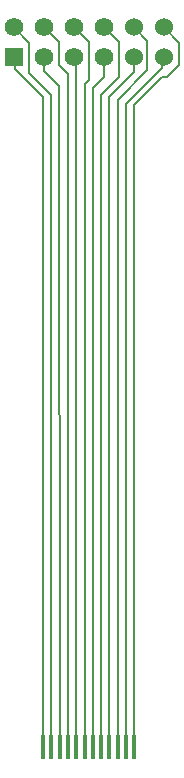
<source format=gtl>
G04*
G04 #@! TF.GenerationSoftware,Altium Limited,Altium Designer,22.10.1 (41)*
G04*
G04 Layer_Physical_Order=1*
G04 Layer_Color=25308*
%FSLAX25Y25*%
%MOIN*%
G70*
G04*
G04 #@! TF.SameCoordinates,08FE9C07-7630-47CA-AEBB-85BF9774B597*
G04*
G04*
G04 #@! TF.FilePolarity,Positive*
G04*
G01*
G75*
%ADD10R,0.01600X0.08000*%
%ADD14C,0.00800*%
%ADD15C,0.06000*%
%ADD16R,0.06200X0.06200*%
%ADD17C,0.06200*%
%ADD18C,0.01000*%
D10*
X32658Y5000D02*
D03*
X29902D02*
D03*
X27146D02*
D03*
X24390D02*
D03*
X21634D02*
D03*
X18878D02*
D03*
X16122D02*
D03*
X13366D02*
D03*
X10610D02*
D03*
X7854D02*
D03*
X5098D02*
D03*
X2342D02*
D03*
D14*
X43600Y228500D02*
X47600Y232500D01*
X42000Y228500D02*
X43600D01*
X32756Y219256D02*
X42000Y228500D01*
X47600Y232500D02*
Y239900D01*
X42500Y245000D02*
X47600Y239900D01*
X12500Y245000D02*
X17500Y240000D01*
X16122Y226122D02*
X17500Y227500D01*
Y240000D01*
X-2400Y229900D02*
X5098Y222402D01*
X-2400Y229900D02*
Y239900D01*
X-7500Y245000D02*
X-2400Y239900D01*
X5098Y7756D02*
Y222402D01*
X-7500Y235000D02*
X-7169Y234669D01*
Y231169D02*
Y234669D01*
X2342Y7756D02*
Y221657D01*
X-7169Y231169D02*
X2342Y221657D01*
X2500Y230500D02*
X7504Y225496D01*
X7854Y7756D01*
X2500Y230500D02*
Y235000D01*
X16122Y7756D02*
Y226122D01*
X22500Y228500D02*
Y235000D01*
X18878Y224878D02*
X22500Y228500D01*
X18878Y224878D02*
X18878Y7756D01*
X22500Y245000D02*
X27500Y240000D01*
X21634Y222634D02*
X27500Y228500D01*
Y240000D01*
X21634Y7756D02*
Y222634D01*
X32500Y230000D02*
Y235000D01*
X24390Y7756D02*
Y221890D01*
X32500Y230000D01*
X41830Y234330D02*
X42500Y235000D01*
X41830Y231330D02*
Y234330D01*
X29901Y219402D02*
X41830Y231330D01*
X32756Y7756D02*
Y219256D01*
X29901Y219402D02*
X29902Y7756D01*
X32500Y245000D02*
X37000Y240500D01*
X27146Y220946D02*
X37000Y230800D01*
Y240500D01*
X27146Y7756D02*
Y220946D01*
X7500Y232600D02*
X10610Y229490D01*
X2500Y245000D02*
X7500Y240000D01*
Y232600D02*
Y240000D01*
X24390Y5098D02*
Y7756D01*
X12500Y235000D02*
X13366Y234134D01*
Y228000D02*
Y234134D01*
X10610Y228000D02*
Y229490D01*
X32658Y5197D02*
Y7756D01*
Y5197D02*
X32756Y5098D01*
X27146Y5098D02*
Y7756D01*
X21634Y5098D02*
Y7756D01*
X18878Y5098D02*
Y7756D01*
X16122Y5098D02*
Y7756D01*
X13366Y228000D02*
X13366Y7756D01*
Y5098D02*
Y7756D01*
X10610Y228000D02*
X10610Y7756D01*
Y5098D02*
Y7756D01*
X7854Y5098D02*
Y7756D01*
X5098Y5098D02*
Y7756D01*
Y5098D02*
X5098Y5098D01*
X2342Y5000D02*
Y7756D01*
X29902Y5098D02*
Y7756D01*
X27146Y5098D02*
X27146Y5098D01*
X24390Y5098D02*
X24390Y5098D01*
X21634Y5098D02*
X21634Y5098D01*
X18878Y5098D02*
X18878Y5098D01*
X16122Y5098D02*
X16122Y5098D01*
X13366Y5098D02*
X13366Y5098D01*
X10610Y5098D02*
X10610Y5098D01*
D15*
X42500Y245000D02*
D03*
Y235000D02*
D03*
X32500Y245000D02*
D03*
Y235000D02*
D03*
D16*
X-7500D02*
D03*
D17*
Y245000D02*
D03*
X2500Y235000D02*
D03*
Y245000D02*
D03*
X12500Y235000D02*
D03*
Y245000D02*
D03*
X22500Y235000D02*
D03*
Y245000D02*
D03*
D18*
X32756Y2342D02*
D03*
Y7756D02*
D03*
Y5098D02*
D03*
X29902Y2342D02*
D03*
Y7756D02*
D03*
Y5098D02*
D03*
X27146Y2342D02*
D03*
Y7756D02*
D03*
Y5098D02*
D03*
X24390Y2342D02*
D03*
Y7756D02*
D03*
Y5098D02*
D03*
X21634Y2342D02*
D03*
Y7756D02*
D03*
Y5098D02*
D03*
X18878Y2342D02*
D03*
Y7756D02*
D03*
Y5098D02*
D03*
X16122Y2342D02*
D03*
Y7756D02*
D03*
Y5098D02*
D03*
X13366Y2342D02*
D03*
Y7756D02*
D03*
Y5098D02*
D03*
X10610Y2342D02*
D03*
Y7756D02*
D03*
Y5098D02*
D03*
X7854Y2342D02*
D03*
Y7756D02*
D03*
Y5098D02*
D03*
X5098Y2342D02*
D03*
Y7756D02*
D03*
Y5098D02*
D03*
X2342Y2342D02*
D03*
Y7756D02*
D03*
Y5098D02*
D03*
M02*

</source>
